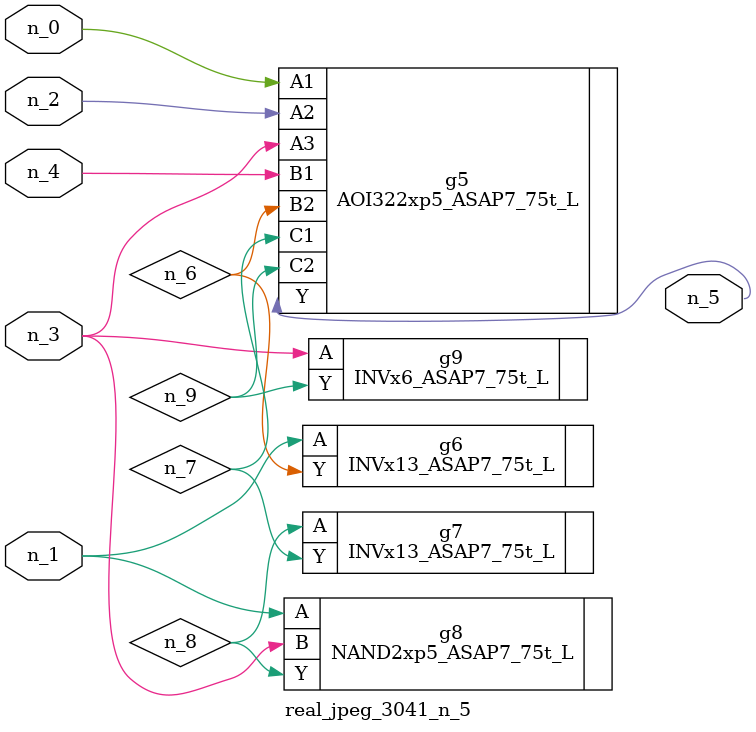
<source format=v>
module real_jpeg_3041_n_5 (n_4, n_0, n_1, n_2, n_3, n_5);

input n_4;
input n_0;
input n_1;
input n_2;
input n_3;

output n_5;

wire n_8;
wire n_6;
wire n_7;
wire n_9;

AOI322xp5_ASAP7_75t_L g5 ( 
.A1(n_0),
.A2(n_2),
.A3(n_3),
.B1(n_4),
.B2(n_6),
.C1(n_7),
.C2(n_9),
.Y(n_5)
);

INVx13_ASAP7_75t_L g6 ( 
.A(n_1),
.Y(n_6)
);

NAND2xp5_ASAP7_75t_L g8 ( 
.A(n_1),
.B(n_3),
.Y(n_8)
);

INVx6_ASAP7_75t_L g9 ( 
.A(n_3),
.Y(n_9)
);

INVx13_ASAP7_75t_L g7 ( 
.A(n_8),
.Y(n_7)
);


endmodule
</source>
